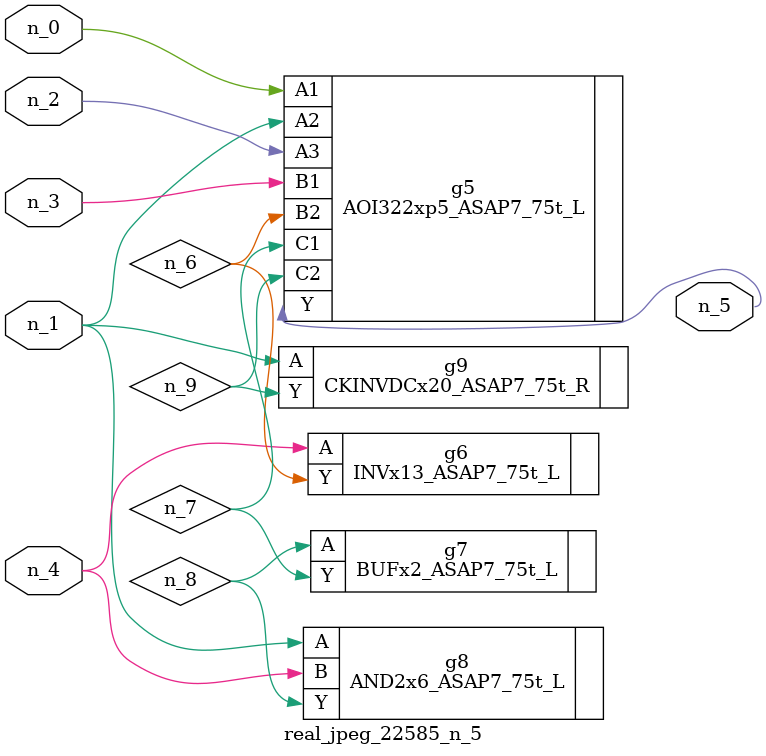
<source format=v>
module real_jpeg_22585_n_5 (n_4, n_0, n_1, n_2, n_3, n_5);

input n_4;
input n_0;
input n_1;
input n_2;
input n_3;

output n_5;

wire n_8;
wire n_6;
wire n_7;
wire n_9;

AOI322xp5_ASAP7_75t_L g5 ( 
.A1(n_0),
.A2(n_1),
.A3(n_2),
.B1(n_3),
.B2(n_6),
.C1(n_7),
.C2(n_9),
.Y(n_5)
);

AND2x6_ASAP7_75t_L g8 ( 
.A(n_1),
.B(n_4),
.Y(n_8)
);

CKINVDCx20_ASAP7_75t_R g9 ( 
.A(n_1),
.Y(n_9)
);

INVx13_ASAP7_75t_L g6 ( 
.A(n_4),
.Y(n_6)
);

BUFx2_ASAP7_75t_L g7 ( 
.A(n_8),
.Y(n_7)
);


endmodule
</source>
